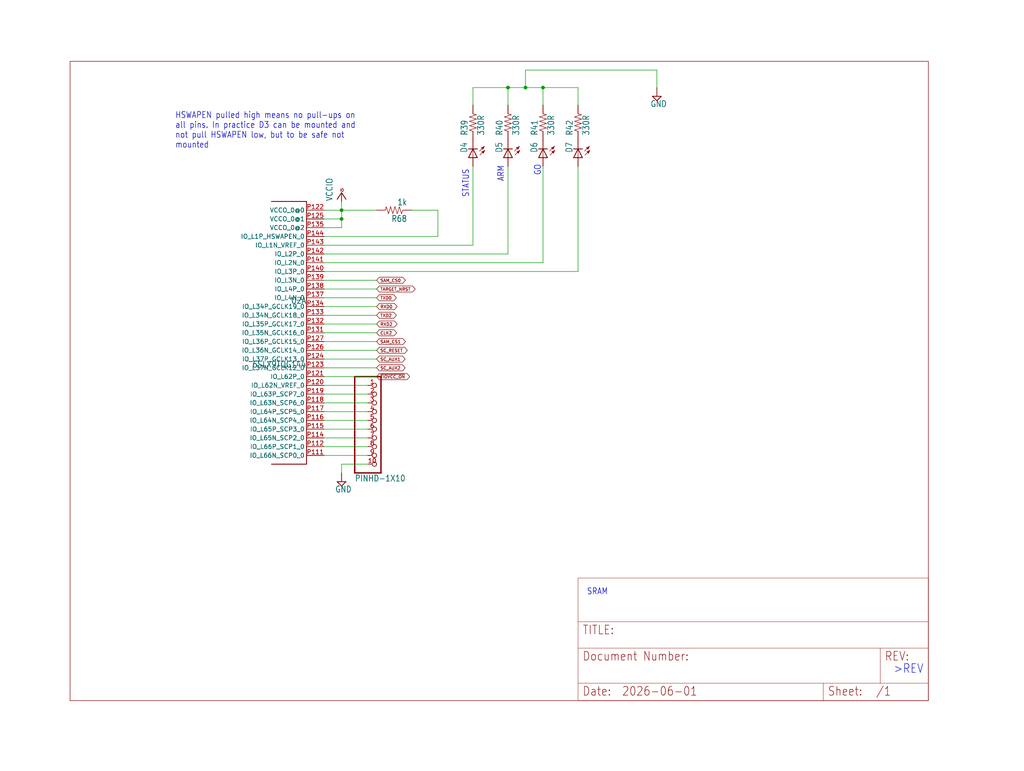
<source format=kicad_sch>
(kicad_sch (version 20230121) (generator eeschema)
  (paper "User" 297.002 223.571)
  (lib_symbols
    (symbol "cw-lite-main-eagle-import:6SLX9TQG144"
      (property "Reference" "U" (at 0 8.382 0))
      (symbol "6SLX9TQG144_1_0"
        (polyline (pts (xy -10.16 38.1) (xy 0 38.1)) (stroke (width 0.254)))
        (polyline (pts (xy 0 -38.1) (xy -10.16 -38.1)) (stroke (width 0.254)))
        (polyline (pts (xy 0 38.1) (xy 0 -38.1)) (stroke (width 0.254)))
        (pin bidirectional line (at 5.08 -35.56 180) (length 5.08) (name "IO_L66N_SCP0_0") (number "P111"))
        (pin bidirectional line (at 5.08 -33.02 180) (length 5.08) (name "IO_L66P_SCP1_0") (number "P112"))
        (pin bidirectional line (at 5.08 -30.48 180) (length 5.08) (name "IO_L65N_SCP2_0") (number "P114"))
        (pin bidirectional line (at 5.08 -27.94 180) (length 5.08) (name "IO_L65P_SCP3_0") (number "P115"))
        (pin bidirectional line (at 5.08 -25.4 180) (length 5.08) (name "IO_L64N_SCP4_0") (number "P116"))
        (pin bidirectional line (at 5.08 -22.86 180) (length 5.08) (name "IO_L64P_SCP5_0") (number "P117"))
        (pin bidirectional line (at 5.08 -20.32 180) (length 5.08) (name "IO_L63N_SCP6_0") (number "P118"))
        (pin bidirectional line (at 5.08 -17.78 180) (length 5.08) (name "IO_L63P_SCP7_0") (number "P119"))
        (pin bidirectional line (at 5.08 -15.24 180) (length 5.08) (name "IO_L62N_VREF_0") (number "P120"))
        (pin bidirectional line (at 5.08 -12.7 180) (length 5.08) (name "IO_L62P_0") (number "P121"))
        (pin input line (at 5.08 35.56 180) (length 5.08) (name "VCCO_0@0") (number "P122"))
        (pin bidirectional line (at 5.08 -10.16 180) (length 5.08) (name "IO_L37N_GCLK12_0") (number "P123"))
        (pin bidirectional line (at 5.08 -7.62 180) (length 5.08) (name "IO_L37P_GCLK13_0") (number "P124"))
        (pin input line (at 5.08 33.02 180) (length 5.08) (name "VCCO_0@1") (number "P125"))
        (pin bidirectional line (at 5.08 -5.08 180) (length 5.08) (name "IO_L36N_GCLK14_0") (number "P126"))
        (pin bidirectional line (at 5.08 -2.54 180) (length 5.08) (name "IO_L36P_GCLK15_0") (number "P127"))
        (pin bidirectional line (at 5.08 0 180) (length 5.08) (name "IO_L35N_GCLK16_0") (number "P131"))
        (pin bidirectional line (at 5.08 2.54 180) (length 5.08) (name "IO_L35P_GCLK17_0") (number "P132"))
        (pin bidirectional line (at 5.08 5.08 180) (length 5.08) (name "IO_L34N_GCLK18_0") (number "P133"))
        (pin bidirectional line (at 5.08 7.62 180) (length 5.08) (name "IO_L34P_GCLK19_0") (number "P134"))
        (pin input line (at 5.08 30.48 180) (length 5.08) (name "VCCO_0@2") (number "P135"))
        (pin bidirectional line (at 5.08 10.16 180) (length 5.08) (name "IO_L4N_0") (number "P137"))
        (pin bidirectional line (at 5.08 12.7 180) (length 5.08) (name "IO_L4P_0") (number "P138"))
        (pin bidirectional line (at 5.08 15.24 180) (length 5.08) (name "IO_L3N_0") (number "P139"))
        (pin bidirectional line (at 5.08 17.78 180) (length 5.08) (name "IO_L3P_0") (number "P140"))
        (pin bidirectional line (at 5.08 20.32 180) (length 5.08) (name "IO_L2N_0") (number "P141"))
        (pin bidirectional line (at 5.08 22.86 180) (length 5.08) (name "IO_L2P_0") (number "P142"))
        (pin bidirectional line (at 5.08 25.4 180) (length 5.08) (name "IO_L1N_VREF_0") (number "P143"))
        (pin bidirectional line (at 5.08 27.94 180) (length 5.08) (name "IO_L1P_HSWAPEN_0") (number "P144"))
      )
      (symbol "6SLX9TQG144_2_0"
        (polyline (pts (xy -10.16 35.56) (xy 0 35.56)) (stroke (width 0.254)))
        (polyline (pts (xy 0 -35.56) (xy -10.16 -35.56)) (stroke (width 0.254)))
        (polyline (pts (xy 0 35.56) (xy 0 -35.56)) (stroke (width 0.254)))
        (pin bidirectional line (at 5.08 15.24 180) (length 5.08) (name "IO_L33P_1") (number "P100"))
        (pin bidirectional line (at 5.08 17.78 180) (length 5.08) (name "IO_L32N_1") (number "P101"))
        (pin bidirectional line (at 5.08 20.32 180) (length 5.08) (name "IO_L32P_1") (number "P102"))
        (pin input line (at 5.08 27.94 180) (length 5.08) (name "VCCO_1@2") (number "P103"))
        (pin bidirectional line (at 5.08 22.86 180) (length 5.08) (name "IO_L1N_VREF_1") (number "P104"))
        (pin bidirectional line (at 5.08 25.4 180) (length 5.08) (name "IO_L1P_1") (number "P105"))
        (pin bidirectional line (at 5.08 -33.02 180) (length 5.08) (name "IO_L74N_DOUT_BUSY_1") (number "P74"))
        (pin bidirectional line (at 5.08 -30.48 180) (length 5.08) (name "IO_L74P_AWAKE_1") (number "P75"))
        (pin input line (at 5.08 33.02 180) (length 5.08) (name "VCCO_1@0") (number "P76"))
        (pin bidirectional line (at 5.08 -27.94 180) (length 5.08) (name "IO_L47N_1") (number "P78"))
        (pin bidirectional line (at 5.08 -25.4 180) (length 5.08) (name "IO_L47P_1") (number "P79"))
        (pin bidirectional line (at 5.08 -22.86 180) (length 5.08) (name "IO_L46N_1") (number "P80"))
        (pin bidirectional line (at 5.08 -20.32 180) (length 5.08) (name "IO_L46P_1") (number "P81"))
        (pin bidirectional line (at 5.08 -17.78 180) (length 5.08) (name "IO_L45N_1") (number "P82"))
        (pin bidirectional line (at 5.08 -15.24 180) (length 5.08) (name "IO_L45P_1") (number "P83"))
        (pin bidirectional line (at 5.08 -12.7 180) (length 5.08) (name "IO_L43N_GCLK4_1") (number "P84"))
        (pin bidirectional line (at 5.08 -10.16 180) (length 5.08) (name "IO_L43P_GCLK5_1") (number "P85"))
        (pin input line (at 5.08 30.48 180) (length 5.08) (name "VCCO_1@1") (number "P86"))
        (pin bidirectional line (at 5.08 -7.62 180) (length 5.08) (name "IO_L42N_GCLK6_TRDY1_1") (number "P87"))
        (pin bidirectional line (at 5.08 -5.08 180) (length 5.08) (name "IO_L42P_GCLK7_1") (number "P88"))
        (pin bidirectional line (at 5.08 -2.54 180) (length 5.08) (name "IO_L41N_GCLK8_1") (number "P92"))
        (pin bidirectional line (at 5.08 0 180) (length 5.08) (name "IO_L41P_GCLK9_IRDY1_1") (number "P93"))
        (pin bidirectional line (at 5.08 2.54 180) (length 5.08) (name "IO_L40N_GCLK10_1") (number "P94"))
        (pin bidirectional line (at 5.08 5.08 180) (length 5.08) (name "IO_L40P_GCLK11_1") (number "P95"))
        (pin bidirectional line (at 5.08 7.62 180) (length 5.08) (name "IO_L34N_1") (number "P97"))
        (pin bidirectional line (at 5.08 10.16 180) (length 5.08) (name "IO_L34P_1") (number "P98"))
        (pin bidirectional line (at 5.08 12.7 180) (length 5.08) (name "IO_L33N_1") (number "P99"))
      )
      (symbol "6SLX9TQG144_3_0"
        (polyline (pts (xy -10.16 40.64) (xy 0 40.64)) (stroke (width 0.254)))
        (polyline (pts (xy 0 -40.64) (xy -10.16 -40.64)) (stroke (width 0.254)))
        (polyline (pts (xy 0 40.64) (xy 0 -40.64)) (stroke (width 0.254)))
        (pin input line (at 5.08 27.94 180) (length 5.08) (name "PROGRAM_B_2") (number "P37"))
        (pin bidirectional line (at 5.08 -38.1 180) (length 5.08) (name "IO_L65N_CSO_B_2") (number "P38"))
        (pin bidirectional line (at 5.08 -35.56 180) (length 5.08) (name "IO_L65P_INIT_B_2") (number "P39"))
        (pin bidirectional line (at 5.08 -33.02 180) (length 5.08) (name "IO_L64N_D9_2") (number "P40"))
        (pin bidirectional line (at 5.08 -30.48 180) (length 5.08) (name "IO_L64P_D8_2") (number "P41"))
        (pin input line (at 5.08 38.1 180) (length 5.08) (name "VCCO_2@0") (number "P42"))
        (pin bidirectional line (at 5.08 -27.94 180) (length 5.08) (name "IO_L62N_D6_2") (number "P43"))
        (pin bidirectional line (at 5.08 -25.4 180) (length 5.08) (name "IO_L62P_D5_2") (number "P44"))
        (pin bidirectional line (at 5.08 -22.86 180) (length 5.08) (name "IO_L49N_D4_2") (number "P45"))
        (pin bidirectional line (at 5.08 -20.32 180) (length 5.08) (name "IO_L49P_D3_2") (number "P46"))
        (pin bidirectional line (at 5.08 -17.78 180) (length 5.08) (name "IO_L48N_RDWR_B_VREF_2") (number "P47"))
        (pin bidirectional line (at 5.08 -15.24 180) (length 5.08) (name "IO_L48P_D7_2") (number "P48"))
        (pin bidirectional line (at 5.08 -12.7 180) (length 5.08) (name "IO_L31N_GCLK30_D15_2") (number "P50"))
        (pin bidirectional line (at 5.08 -10.16 180) (length 5.08) (name "IO_L31P_GCLK31_D14_2") (number "P51"))
        (pin bidirectional line (at 5.08 -7.62 180) (length 5.08) (name "IO_L30N_GCLK0_USERCCLK_2") (number "P55"))
        (pin bidirectional line (at 5.08 -5.08 180) (length 5.08) (name "IO_L30P_GCLK1_D13_2") (number "P56"))
        (pin bidirectional line (at 5.08 -2.54 180) (length 5.08) (name "IO_L14N_D12_2") (number "P57"))
        (pin bidirectional line (at 5.08 0 180) (length 5.08) (name "IO_L14P_D11_2") (number "P58"))
        (pin bidirectional line (at 5.08 2.54 180) (length 5.08) (name "IO_L13N_D10_2") (number "P59"))
        (pin bidirectional line (at 5.08 5.08 180) (length 5.08) (name "IO_L13P_M1_2") (number "P60"))
        (pin bidirectional line (at 5.08 7.62 180) (length 5.08) (name "IO_L12N_D2_MISO3_2") (number "P61"))
        (pin bidirectional line (at 5.08 10.16 180) (length 5.08) (name "IO_L12P_D1_MISO2_2") (number "P62"))
        (pin input line (at 5.08 35.56 180) (length 5.08) (name "VCCO_2@1") (number "P63"))
        (pin bidirectional line (at 5.08 12.7 180) (length 5.08) (name "IO_L3N_MOSI_CSI_B_MISO0_2") (number "P64"))
        (pin bidirectional line (at 5.08 15.24 180) (length 5.08) (name "IO_L3P_D0_DIN_MISO_MISO1_2") (number "P65"))
        (pin bidirectional line (at 5.08 17.78 180) (length 5.08) (name "IO_L2N_CMPMOSI_2") (number "P66"))
        (pin bidirectional line (at 5.08 20.32 180) (length 5.08) (name "IO_L2P_CMPCLK_2") (number "P67"))
        (pin bidirectional line (at 5.08 22.86 180) (length 5.08) (name "IO_L1N_M0_CMPMISO_2") (number "P69"))
        (pin bidirectional line (at 5.08 25.4 180) (length 5.08) (name "IO_L1P_CCLK_2") (number "P70"))
        (pin bidirectional line (at 5.08 30.48 180) (length 5.08) (name "DONE_2") (number "P71"))
        (pin bidirectional line (at 5.08 33.02 180) (length 5.08) (name "CMPCS_B_2") (number "P72"))
      )
      (symbol "6SLX9TQG144_4_0"
        (polyline (pts (xy -10.16 38.1) (xy 0 38.1)) (stroke (width 0.254)))
        (polyline (pts (xy 0 -38.1) (xy -10.16 -38.1)) (stroke (width 0.254)))
        (polyline (pts (xy 0 38.1) (xy 0 -38.1)) (stroke (width 0.254)))
        (pin bidirectional line (at 5.08 -35.56 180) (length 5.08) (name "IO_L83N_VREF_3") (number "P1"))
        (pin bidirectional line (at 5.08 -17.78 180) (length 5.08) (name "IO_L50P_3") (number "P10"))
        (pin bidirectional line (at 5.08 -15.24 180) (length 5.08) (name "IO_L49N_3") (number "P11"))
        (pin bidirectional line (at 5.08 -12.7 180) (length 5.08) (name "IO_L49P_3") (number "P12"))
        (pin bidirectional line (at 5.08 -10.16 180) (length 5.08) (name "IO_L44N_GCLK20_3") (number "P14"))
        (pin bidirectional line (at 5.08 -7.62 180) (length 5.08) (name "IO_L44P_GCLK21_3") (number "P15"))
        (pin bidirectional line (at 5.08 -5.08 180) (length 5.08) (name "IO_L43N_GCLK22_IRDY2_3") (number "P16"))
        (pin bidirectional line (at 5.08 -2.54 180) (length 5.08) (name "IO_L43P_GCLK23_3") (number "P17"))
        (pin input line (at 5.08 33.02 180) (length 5.08) (name "VCCO_3@1") (number "P18"))
        (pin bidirectional line (at 5.08 -33.02 180) (length 5.08) (name "IO_L83P_3") (number "P2"))
        (pin bidirectional line (at 5.08 0 180) (length 5.08) (name "IO_L42N_GCLK24_3") (number "P21"))
        (pin bidirectional line (at 5.08 2.54 180) (length 5.08) (name "IO_L42P_GCLK25_TRDY2_3") (number "P22"))
        (pin bidirectional line (at 5.08 5.08 180) (length 5.08) (name "IO_L41N_GCLK26_3") (number "P23"))
        (pin bidirectional line (at 5.08 7.62 180) (length 5.08) (name "IO_L41P_GCLK27_3") (number "P24"))
        (pin bidirectional line (at 5.08 10.16 180) (length 5.08) (name "IO_L37N_3") (number "P26"))
        (pin bidirectional line (at 5.08 12.7 180) (length 5.08) (name "IO_L37P_3") (number "P27"))
        (pin bidirectional line (at 5.08 15.24 180) (length 5.08) (name "IO_L36N_3") (number "P29"))
        (pin bidirectional line (at 5.08 17.78 180) (length 5.08) (name "IO_L36P_3") (number "P30"))
        (pin input line (at 5.08 30.48 180) (length 5.08) (name "VCCO_3@2") (number "P31"))
        (pin bidirectional line (at 5.08 20.32 180) (length 5.08) (name "IO_L2N_3") (number "P32"))
        (pin bidirectional line (at 5.08 22.86 180) (length 5.08) (name "IO_L2P_3") (number "P33"))
        (pin bidirectional line (at 5.08 25.4 180) (length 5.08) (name "IO_L1N_VREF_3") (number "P34"))
        (pin bidirectional line (at 5.08 27.94 180) (length 5.08) (name "IO_L1P_3") (number "P35"))
        (pin input line (at 5.08 35.56 180) (length 5.08) (name "VCCO_3@0") (number "P4"))
        (pin bidirectional line (at 5.08 -30.48 180) (length 5.08) (name "IO_L52N_3") (number "P5"))
        (pin bidirectional line (at 5.08 -27.94 180) (length 5.08) (name "IO_L52P_3") (number "P6"))
        (pin bidirectional line (at 5.08 -25.4 180) (length 5.08) (name "IO_L51N_3") (number "P7"))
        (pin bidirectional line (at 5.08 -22.86 180) (length 5.08) (name "IO_L51P_3") (number "P8"))
        (pin bidirectional line (at 5.08 -20.32 180) (length 5.08) (name "IO_L50N_3") (number "P9"))
      )
      (symbol "6SLX9TQG144_5_0"
        (polyline (pts (xy -10.16 17.78) (xy 0 17.78)) (stroke (width 0.254)))
        (polyline (pts (xy 0 -17.78) (xy -10.16 -17.78)) (stroke (width 0.254)))
        (polyline (pts (xy 0 17.78) (xy 0 -17.78)) (stroke (width 0.254)))
        (pin power_in line (at 5.08 -7.62 180) (length 5.08) (name "GND@9") (number "P108"))
        (pin power_in line (at 5.08 -10.16 180) (length 5.08) (name "GND@10") (number "P113"))
        (pin power_in line (at 5.08 12.7 180) (length 5.08) (name "GND@1") (number "P13"))
        (pin power_in line (at 5.08 -12.7 180) (length 5.08) (name "GND@11") (number "P130"))
        (pin power_in line (at 5.08 -15.24 180) (length 5.08) (name "GND@12") (number "P136"))
        (pin power_in line (at 5.08 10.16 180) (length 5.08) (name "GND@2") (number "P25"))
        (pin power_in line (at 5.08 15.24 180) (length 5.08) (name "GND@0") (number "P3"))
        (pin power_in line (at 5.08 7.62 180) (length 5.08) (name "GND@3") (number "P49"))
        (pin power_in line (at 5.08 5.08 180) (length 5.08) (name "GND@4") (number "P54"))
        (pin power_in line (at 5.08 2.54 180) (length 5.08) (name "GND@5") (number "P68"))
        (pin power_in line (at 5.08 0 180) (length 5.08) (name "GND@6") (number "P77"))
        (pin power_in line (at 5.08 -2.54 180) (length 5.08) (name "GND@7") (number "P91"))
        (pin power_in line (at 5.08 -5.08 180) (length 5.08) (name "GND@8") (number "P96"))
      )
      (symbol "6SLX9TQG144_6_0"
        (polyline (pts (xy -10.16 7.62) (xy 0 7.62)) (stroke (width 0.254)))
        (polyline (pts (xy 0 -7.62) (xy -10.16 -7.62)) (stroke (width 0.254)))
        (polyline (pts (xy 0 7.62) (xy 0 -7.62)) (stroke (width 0.254)))
        (pin output line (at 5.08 -2.54 180) (length 5.08) (name "TDO") (number "P106"))
        (pin input line (at 5.08 -5.08 180) (length 5.08) (name "TMS") (number "P107"))
        (pin input line (at 5.08 2.54 180) (length 5.08) (name "TCK") (number "P109"))
        (pin input line (at 5.08 0 180) (length 5.08) (name "TDI") (number "P110"))
        (pin input line (at 5.08 5.08 180) (length 5.08) (name "SUSPEND") (number "P73"))
      )
      (symbol "6SLX9TQG144_7_0"
        (polyline (pts (xy -10.16 7.62) (xy 0 7.62)) (stroke (width 0.254)))
        (polyline (pts (xy 0 -7.62) (xy -10.16 -7.62)) (stroke (width 0.254)))
        (polyline (pts (xy 0 7.62) (xy 0 -7.62)) (stroke (width 0.254)))
        (pin input line (at 5.08 -5.08 180) (length 5.08) (name "VCCAUX@4") (number "P129"))
        (pin input line (at 5.08 5.08 180) (length 5.08) (name "VCCAUX@0") (number "P20"))
        (pin input line (at 5.08 2.54 180) (length 5.08) (name "VCCAUX@1") (number "P36"))
        (pin input line (at 5.08 0 180) (length 5.08) (name "VCCAUX@2") (number "P53"))
        (pin input line (at 5.08 -2.54 180) (length 5.08) (name "VCCAUX@3") (number "P90"))
      )
      (symbol "6SLX9TQG144_8_0"
        (polyline (pts (xy -10.16 7.62) (xy 0 7.62)) (stroke (width 0.254)))
        (polyline (pts (xy 0 -7.62) (xy -10.16 -7.62)) (stroke (width 0.254)))
        (polyline (pts (xy 0 7.62) (xy 0 -7.62)) (stroke (width 0.254)))
        (pin input line (at 5.08 -5.08 180) (length 5.08) (name "VCCINT@4") (number "P128"))
        (pin input line (at 5.08 5.08 180) (length 5.08) (name "VCCINT@0") (number "P19"))
        (pin input line (at 5.08 2.54 180) (length 5.08) (name "VCCINT@1") (number "P28"))
        (pin input line (at 5.08 0 180) (length 5.08) (name "VCCINT@2") (number "P52"))
        (pin input line (at 5.08 -2.54 180) (length 5.08) (name "VCCINT@3") (number "P89"))
      )
    )
    (symbol "cw-lite-main-eagle-import:GND" (power)
      (property "Value" "GND" (at -1.905 -3.175 0))
      (symbol "GND_1_0"
        (polyline (pts (xy -1.27 0) (xy 1.27 0)) (stroke (width 0.254)))
        (polyline (pts (xy 0 -1.27) (xy -1.27 0)) (stroke (width 0.254)))
        (polyline (pts (xy 1.27 0) (xy 0 -1.27)) (stroke (width 0.254)))
        (pin power_in line (at 0 2.54 270) (length 2.54) (name "GND") (number "1"))
      )
    )
    (symbol "cw-lite-main-eagle-import:LED0603"
      (property "Reference" "LED" (at 3.556 -4.572 90))
      (symbol "LED0603_1_0"
        (polyline (pts (xy -2.032 -0.762) (xy -3.429 -2.159)) (stroke (width 0.1524)))
        (polyline (pts (xy -1.905 -1.905) (xy -3.302 -3.302)) (stroke (width 0.1524)))
        (polyline (pts (xy 0 -2.54) (xy -1.27 -2.54)) (stroke (width 0.254)))
        (polyline (pts (xy 0 -2.54) (xy -1.27 0)) (stroke (width 0.254)))
        (polyline (pts (xy 0 0) (xy -1.27 0)) (stroke (width 0.254)))
        (polyline (pts (xy 0 0) (xy 0 -2.54)) (stroke (width 0.1524)))
        (polyline (pts (xy 1.27 -2.54) (xy 0 -2.54)) (stroke (width 0.254)))
        (polyline (pts (xy 1.27 0) (xy 0 -2.54)) (stroke (width 0.254)))
        (polyline (pts (xy 1.27 0) (xy 0 0)) (stroke (width 0.254)))
        (polyline (pts (xy -3.429 -2.159) (xy -3.048 -1.27) (xy -2.54 -1.778)) (stroke (width 0.1524)) (fill (type outline)))
        (polyline (pts (xy -3.302 -3.302) (xy -2.921 -2.413) (xy -2.413 -2.921)) (stroke (width 0.1524)) (fill (type outline)))
        (pin passive line (at 0 2.54 270) (length 2.54) (name "A") (number "A"))
        (pin passive line (at 0 -5.08 90) (length 2.54) (name "C") (number "C"))
      )
    )
    (symbol "cw-lite-main-eagle-import:LETTER_L"
      (symbol "LETTER_L_1_0"
        (polyline (pts (xy 0 0) (xy 248.92 0) (xy 248.92 185.42) (xy 0 185.42) (xy 0 0)))
      )
      (symbol "LETTER_L_2_0"
        (polyline (pts (xy 0 0) (xy 0 5.08)) (stroke (width 0.1016)))
        (polyline (pts (xy 0 0) (xy 71.12 0)) (stroke (width 0.1016)))
        (polyline (pts (xy 0 5.08) (xy 0 15.24)) (stroke (width 0.1016)))
        (polyline (pts (xy 0 5.08) (xy 71.12 5.08)) (stroke (width 0.1016)))
        (polyline (pts (xy 0 15.24) (xy 0 22.86)) (stroke (width 0.1016)))
        (polyline (pts (xy 0 22.86) (xy 0 35.56)) (stroke (width 0.1016)))
        (polyline (pts (xy 0 22.86) (xy 101.6 22.86)) (stroke (width 0.1016)))
        (polyline (pts (xy 71.12 0) (xy 101.6 0)) (stroke (width 0.1016)))
        (polyline (pts (xy 71.12 5.08) (xy 71.12 0)) (stroke (width 0.1016)))
        (polyline (pts (xy 71.12 5.08) (xy 87.63 5.08)) (stroke (width 0.1016)))
        (polyline (pts (xy 87.63 5.08) (xy 101.6 5.08)) (stroke (width 0.1016)))
        (polyline (pts (xy 87.63 15.24) (xy 0 15.24)) (stroke (width 0.1016)))
        (polyline (pts (xy 87.63 15.24) (xy 87.63 5.08)) (stroke (width 0.1016)))
        (polyline (pts (xy 101.6 5.08) (xy 101.6 0)) (stroke (width 0.1016)))
        (polyline (pts (xy 101.6 15.24) (xy 87.63 15.24)) (stroke (width 0.1016)))
        (polyline (pts (xy 101.6 15.24) (xy 101.6 5.08)) (stroke (width 0.1016)))
        (polyline (pts (xy 101.6 22.86) (xy 101.6 15.24)) (stroke (width 0.1016)))
        (polyline (pts (xy 101.6 35.56) (xy 0 35.56)) (stroke (width 0.1016)))
        (polyline (pts (xy 101.6 35.56) (xy 101.6 22.86)) (stroke (width 0.1016)))
        (text "${#}/${##}" (at 86.36 1.27 0) (effects (font (size 2.54 2.159)) (justify left bottom)))
        (text "${CURRENT_DATE}" (at 12.7 1.27 0) (effects (font (size 2.54 2.159)) (justify left bottom)))
        (text "${PROJECTNAME}" (at 17.78 19.05 0) (effects (font (size 2.54 2.159)) (justify left bottom)))
        (text "Date:" (at 1.27 1.27 0) (effects (font (size 2.54 2.159)) (justify left bottom)))
        (text "Document Number:" (at 1.27 11.43 0) (effects (font (size 2.54 2.159)) (justify left bottom)))
        (text "REV:" (at 88.9 11.43 0) (effects (font (size 2.54 2.159)) (justify left bottom)))
        (text "Sheet:" (at 72.39 1.27 0) (effects (font (size 2.54 2.159)) (justify left bottom)))
        (text "TITLE:" (at 1.27 19.05 0) (effects (font (size 2.54 2.159)) (justify left bottom)))
      )
    )
    (symbol "cw-lite-main-eagle-import:PINHD-1X10"
      (symbol "PINHD-1X10_1_0"
        (polyline (pts (xy -6.35 -15.24) (xy 1.27 -15.24)) (stroke (width 0.4064)))
        (polyline (pts (xy -6.35 12.7) (xy -6.35 -15.24)) (stroke (width 0.4064)))
        (polyline (pts (xy 1.27 -15.24) (xy 1.27 12.7)) (stroke (width 0.4064)))
        (polyline (pts (xy 1.27 12.7) (xy -6.35 12.7)) (stroke (width 0.4064)))
        (pin passive inverted (at -2.54 10.16 0) (length 2.54) (name "1") (number "1"))
        (pin passive inverted (at -2.54 -12.7 0) (length 2.54) (name "10") (number "10"))
        (pin passive inverted (at -2.54 7.62 0) (length 2.54) (name "2") (number "2"))
        (pin passive inverted (at -2.54 5.08 0) (length 2.54) (name "3") (number "3"))
        (pin passive inverted (at -2.54 2.54 0) (length 2.54) (name "4") (number "4"))
        (pin passive inverted (at -2.54 0 0) (length 2.54) (name "5") (number "5"))
        (pin passive inverted (at -2.54 -2.54 0) (length 2.54) (name "6") (number "6"))
        (pin passive inverted (at -2.54 -5.08 0) (length 2.54) (name "7") (number "7"))
        (pin passive inverted (at -2.54 -7.62 0) (length 2.54) (name "8") (number "8"))
        (pin passive inverted (at -2.54 -10.16 0) (length 2.54) (name "9") (number "9"))
      )
    )
    (symbol "cw-lite-main-eagle-import:VCCIO" (power)
      (property "Value" "VCCIO" (at -2.54 -2.54 90))
      (symbol "VCCIO_1_0"
        (polyline (pts (xy 0 0) (xy -1.27 -1.905)) (stroke (width 0.254)))
        (polyline (pts (xy 1.27 -1.905) (xy 0 0)) (stroke (width 0.254)))
        (text "IO" (at -0.508 0.254 0) (effects (font (size 0.8128 0.6908)) (justify left bottom)))
        (pin power_in line (at 0 -2.54 90) (length 2.54) (name "VCCIO") (number "1"))
      )
    )
    (symbol "cw-lite-main-eagle-import:custom-std_RES0402-RES"
      (property "Reference" "R" (at -3.81 1.4986 0))
      (symbol "custom-std_RES0402-RES_1_0"
        (polyline (pts (xy -2.54 0) (xy -2.159 1.016)) (stroke (width 0.1524)))
        (polyline (pts (xy -2.159 1.016) (xy -1.524 -1.016)) (stroke (width 0.1524)))
        (polyline (pts (xy -1.524 -1.016) (xy -0.889 1.016)) (stroke (width 0.1524)))
        (polyline (pts (xy -0.889 1.016) (xy -0.254 -1.016)) (stroke (width 0.1524)))
        (polyline (pts (xy -0.254 -1.016) (xy 0.381 1.016)) (stroke (width 0.1524)))
        (polyline (pts (xy 0.381 1.016) (xy 1.016 -1.016)) (stroke (width 0.1524)))
        (polyline (pts (xy 1.016 -1.016) (xy 1.651 1.016)) (stroke (width 0.1524)))
        (polyline (pts (xy 1.651 1.016) (xy 2.286 -1.016)) (stroke (width 0.1524)))
        (polyline (pts (xy 2.286 -1.016) (xy 2.54 0)) (stroke (width 0.1524)))
        (pin passive line (at -5.08 0 0) (length 2.54) (name "1") (number "1"))
        (pin passive line (at 5.08 0 180) (length 2.54) (name "2") (number "2"))
      )
    )
  )
  (junction (at 99.06 63.5))
  (junction (at 157.48 25.4))
  (junction (at 147.32 25.4))
  (junction (at 152.4 25.4))
  (junction (at 99.06 60.96))
  (wire (pts (xy 157.48 30.48) (xy 157.48 25.4)) (stroke (width 0.1524)))
  (wire (pts (xy 99.06 63.5) (xy 99.06 60.96)) (stroke (width 0.1524)))
  (wire (pts (xy 109.22 60.96) (xy 99.06 60.96)) (stroke (width 0.1524)))
  (wire (pts (xy 167.64 25.4) (xy 157.48 25.4)) (stroke (width 0.1524)))
  (wire (pts (xy 93.98 96.52) (xy 109.22 96.52)) (stroke (width 0.1524)))
  (wire (pts (xy 147.32 30.48) (xy 147.32 25.4)) (stroke (width 0.1524)))
  (wire (pts (xy 137.16 48.26) (xy 137.16 71.12)) (stroke (width 0.1524)))
  (wire (pts (xy 106.68 111.76) (xy 93.98 111.76)) (stroke (width 0.1524)))
  (wire (pts (xy 93.98 88.9) (xy 109.22 88.9)) (stroke (width 0.1524)))
  (wire (pts (xy 93.98 99.06) (xy 109.22 99.06)) (stroke (width 0.1524)))
  (wire (pts (xy 93.98 109.22) (xy 109.22 109.22)) (stroke (width 0.1524)))
  (wire (pts (xy 106.68 116.84) (xy 93.98 116.84)) (stroke (width 0.1524)))
  (wire (pts (xy 93.98 83.82) (xy 109.22 83.82)) (stroke (width 0.1524)))
  (wire (pts (xy 93.98 86.36) (xy 109.22 86.36)) (stroke (width 0.1524)))
  (wire (pts (xy 106.68 132.08) (xy 93.98 132.08)) (stroke (width 0.1524)))
  (wire (pts (xy 167.64 48.26) (xy 167.64 78.74)) (stroke (width 0.1524)))
  (wire (pts (xy 152.4 25.4) (xy 152.4 20.32)) (stroke (width 0.1524)))
  (wire (pts (xy 157.48 48.26) (xy 157.48 76.2)) (stroke (width 0.1524)))
  (wire (pts (xy 93.98 60.96) (xy 99.06 60.96)) (stroke (width 0.1524)))
  (wire (pts (xy 99.06 60.96) (xy 99.06 58.42)) (stroke (width 0.1524)))
  (wire (pts (xy 106.68 121.92) (xy 93.98 121.92)) (stroke (width 0.1524)))
  (wire (pts (xy 190.5 20.32) (xy 190.5 25.4)) (stroke (width 0.1524)))
  (wire (pts (xy 106.68 114.3) (xy 93.98 114.3)) (stroke (width 0.1524)))
  (wire (pts (xy 93.98 81.28) (xy 109.22 81.28)) (stroke (width 0.1524)))
  (wire (pts (xy 152.4 20.32) (xy 190.5 20.32)) (stroke (width 0.1524)))
  (wire (pts (xy 93.98 78.74) (xy 167.64 78.74)) (stroke (width 0.1524)))
  (wire (pts (xy 147.32 25.4) (xy 137.16 25.4)) (stroke (width 0.1524)))
  (wire (pts (xy 93.98 104.14) (xy 109.22 104.14)) (stroke (width 0.1524)))
  (wire (pts (xy 93.98 71.12) (xy 137.16 71.12)) (stroke (width 0.1524)))
  (wire (pts (xy 93.98 91.44) (xy 109.22 91.44)) (stroke (width 0.1524)))
  (wire (pts (xy 93.98 76.2) (xy 157.48 76.2)) (stroke (width 0.1524)))
  (wire (pts (xy 93.98 106.68) (xy 109.22 106.68)) (stroke (width 0.1524)))
  (wire (pts (xy 106.68 129.54) (xy 93.98 129.54)) (stroke (width 0.1524)))
  (wire (pts (xy 127 68.58) (xy 127 60.96)) (stroke (width 0.1524)))
  (wire (pts (xy 147.32 48.26) (xy 147.32 73.66)) (stroke (width 0.1524)))
  (wire (pts (xy 93.98 73.66) (xy 147.32 73.66)) (stroke (width 0.1524)))
  (wire (pts (xy 93.98 63.5) (xy 99.06 63.5)) (stroke (width 0.1524)))
  (wire (pts (xy 137.16 30.48) (xy 137.16 25.4)) (stroke (width 0.1524)))
  (wire (pts (xy 93.98 101.6) (xy 109.22 101.6)) (stroke (width 0.1524)))
  (wire (pts (xy 93.98 68.58) (xy 127 68.58)) (stroke (width 0.1524)))
  (wire (pts (xy 119.38 60.96) (xy 127 60.96)) (stroke (width 0.1524)))
  (wire (pts (xy 93.98 93.98) (xy 109.22 93.98)) (stroke (width 0.1524)))
  (wire (pts (xy 106.68 119.38) (xy 93.98 119.38)) (stroke (width 0.1524)))
  (wire (pts (xy 99.06 66.04) (xy 99.06 63.5)) (stroke (width 0.1524)))
  (wire (pts (xy 93.98 66.04) (xy 99.06 66.04)) (stroke (width 0.1524)))
  (wire (pts (xy 106.68 127) (xy 93.98 127)) (stroke (width 0.1524)))
  (wire (pts (xy 157.48 25.4) (xy 152.4 25.4)) (stroke (width 0.1524)))
  (wire (pts (xy 152.4 25.4) (xy 147.32 25.4)) (stroke (width 0.1524)))
  (wire (pts (xy 106.68 124.46) (xy 93.98 124.46)) (stroke (width 0.1524)))
  (wire (pts (xy 167.64 30.48) (xy 167.64 25.4)) (stroke (width 0.1524)))
  (wire (pts (xy 99.06 134.62) (xy 99.06 137.16)) (stroke (width 0.1524)))
  (wire (pts (xy 106.68 134.62) (xy 99.06 134.62)) (stroke (width 0.1524)))
  (text ">REV" (at 259.08 195.58 0) (effects (font (size 2.54 2.159)) (justify left bottom)))
  (text "GO" (at 156.972 51.054 90) (effects (font (size 1.778 1.5113)) (justify left bottom)))
  (text "ARM" (at 146.304 52.832 90) (effects (font (size 1.778 1.5113)) (justify left bottom)))
  (text "SRAM" (at 170.18 172.72 0) (effects (font (size 1.778 1.5113)) (justify left bottom)))
  (text "STATUS" (at 136.144 57.404 90) (effects (font (size 1.778 1.5113)) (justify left bottom)))
  (text "HSWAPEN pulled high means no pull-ups on\nall pins. In practice D3 can be mounted and\nnot pull HSWAPEN low, but to be safe not\nmounted" (at 50.8 43.18 0) (effects (font (size 1.778 1.5113)) (justify left bottom)))
  (global_label "TARGET_NRST" (shape bidirectional) (at 109.22 83.82 0) (effects (font (size 0.889 0.889))) (property "Intersheetrefs" "${INTERSHEET_REFS}" (effects hide)))
  (global_label "SC_AUX2" (shape bidirectional) (at 109.22 106.68 0) (effects (font (size 0.889 0.889))) (property "Intersheetrefs" "${INTERSHEET_REFS}" (effects hide)))
  (global_label "SAM_CS1" (shape bidirectional) (at 109.22 99.06 0) (effects (font (size 0.889 0.889))) (property "Intersheetrefs" "${INTERSHEET_REFS}" (effects hide)))
  (global_label "TXD2" (shape bidirectional) (at 109.22 91.44 0) (effects (font (size 0.889 0.889))) (property "Intersheetrefs" "${INTERSHEET_REFS}" (effects hide)))
  (global_label "SC_RESET" (shape bidirectional) (at 109.22 101.6 0) (effects (font (size 0.889 0.889))) (property "Intersheetrefs" "${INTERSHEET_REFS}" (effects hide)))
  (global_label "RXD0" (shape bidirectional) (at 109.22 88.9 0) (effects (font (size 0.889 0.889))) (property "Intersheetrefs" "${INTERSHEET_REFS}" (effects hide)))
  (global_label "SC_AUX1" (shape bidirectional) (at 109.22 104.14 0) (effects (font (size 0.889 0.889))) (property "Intersheetrefs" "${INTERSHEET_REFS}" (effects hide)))
  (global_label "TXD0" (shape bidirectional) (at 109.22 86.36 0) (effects (font (size 0.889 0.889))) (property "Intersheetrefs" "${INTERSHEET_REFS}" (effects hide)))
  (global_label "RXD2" (shape bidirectional) (at 109.22 93.98 0) (effects (font (size 0.889 0.889))) (property "Intersheetrefs" "${INTERSHEET_REFS}" (effects hide)))
  (global_label "~{TIOVCC_ON}" (shape bidirectional) (at 109.22 109.22 0) (effects (font (size 0.889 0.889))) (property "Intersheetrefs" "${INTERSHEET_REFS}" (effects hide)))
  (global_label "CLK2" (shape bidirectional) (at 109.22 96.52 0) (effects (font (size 0.889 0.889))) (property "Intersheetrefs" "${INTERSHEET_REFS}" (effects hide)))
  (global_label "SAM_CS0" (shape bidirectional) (at 109.22 81.28 0) (effects (font (size 0.889 0.889))) (property "Intersheetrefs" "${INTERSHEET_REFS}" (effects hide)))
  (symbol (lib_id "cw-lite-main-eagle-import:GND") (at 99.06 139.7 0) (unit 1)
    (property "Reference" "#SUPPLY51" (effects hide))
    (property "Value" "GND" (at 97.155 142.875 0) (effects (font (size 1.778 1.5113)) (justify left bottom)))
  )
  (symbol (lib_id "cw-lite-main-eagle-import:VCCIO") (at 99.06 55.88 0) (unit 1)
    (property "Reference" "#VCC14" (effects hide))
    (property "Value" "VCCIO" (at 96.52 58.42 90) (effects (font (size 1.778 1.5113)) (justify left bottom)))
  )
  (symbol (lib_id "cw-lite-main-eagle-import:LED0603") (at 157.48 45.72 180) (unit 1)
    (property "Reference" "D6" (at 153.924 41.148 90) (effects (font (size 1.778 1.5113)) (justify left bottom)))
    (property "Value" "LED0603" (effects hide))
    (property "Footprint" "cw-lite-main:LED-0603" (effects hide))
  )
  (symbol (lib_id "cw-lite-main-eagle-import:custom-std_RES0402-RES") (at 147.32 35.56 90) (unit 1)
    (property "Reference" "R40" (at 145.8214 39.37 0) (effects (font (size 1.778 1.5113)) (justify left bottom)))
    (property "Value" "330R" (at 150.622 39.37 0) (effects (font (size 1.778 1.5113)) (justify left bottom)))
    (property "Footprint" "cw-lite-main:0402R" (effects hide))
  )
  (symbol (lib_id "cw-lite-main-eagle-import:custom-std_RES0402-RES") (at 137.16 35.56 90) (unit 1)
    (property "Reference" "R39" (at 135.6614 39.37 0) (effects (font (size 1.778 1.5113)) (justify left bottom)))
    (property "Value" "330R" (at 140.462 39.37 0) (effects (font (size 1.778 1.5113)) (justify left bottom)))
    (property "Footprint" "cw-lite-main:0402R" (effects hide))
  )
  (symbol (lib_id "cw-lite-main-eagle-import:LETTER_L") (at 167.64 203.2 0) (unit 2)
    (property "Reference" "#FRAME5" (effects hide))
    (property "Value" "LETTER_L" (effects hide))
  )
  (symbol (lib_id "cw-lite-main-eagle-import:LED0603") (at 137.16 45.72 180) (unit 1)
    (property "Reference" "D4" (at 133.604 41.148 90) (effects (font (size 1.778 1.5113)) (justify left bottom)))
    (property "Value" "LED0603" (effects hide))
    (property "Footprint" "cw-lite-main:LED-0603" (effects hide))
  )
  (symbol (lib_id "cw-lite-main-eagle-import:custom-std_RES0402-RES") (at 114.3 60.96 180) (unit 1)
    (property "Reference" "R68" (at 118.11 62.4586 0) (effects (font (size 1.778 1.5113)) (justify left bottom)))
    (property "Value" "1k" (at 118.11 57.658 0) (effects (font (size 1.778 1.5113)) (justify left bottom)))
    (property "Footprint" "cw-lite-main:0402R" (effects hide))
  )
  (symbol (lib_id "cw-lite-main-eagle-import:GND") (at 190.5 27.94 0) (unit 1)
    (property "Reference" "#SUPPLY65" (effects hide))
    (property "Value" "GND" (at 188.595 31.115 0) (effects (font (size 1.778 1.5113)) (justify left bottom)))
  )
  (symbol (lib_id "cw-lite-main-eagle-import:LETTER_L") (at 20.32 203.2 0) (unit 1)
    (property "Reference" "#FRAME5" (effects hide))
    (property "Value" "LETTER_L" (effects hide))
  )
  (symbol (lib_id "cw-lite-main-eagle-import:LED0603") (at 167.64 45.72 180) (unit 1)
    (property "Reference" "D7" (at 164.084 41.148 90) (effects (font (size 1.778 1.5113)) (justify left bottom)))
    (property "Value" "LED0603" (effects hide))
    (property "Footprint" "cw-lite-main:LED-0603" (effects hide))
  )
  (symbol (lib_id "cw-lite-main-eagle-import:custom-std_RES0402-RES") (at 167.64 35.56 90) (unit 1)
    (property "Reference" "R42" (at 166.1414 39.37 0) (effects (font (size 1.778 1.5113)) (justify left bottom)))
    (property "Value" "330R" (at 170.942 39.37 0) (effects (font (size 1.778 1.5113)) (justify left bottom)))
    (property "Footprint" "cw-lite-main:0402R" (effects hide))
  )
  (symbol (lib_id "cw-lite-main-eagle-import:PINHD-1X10") (at 109.22 121.92 0) (unit 1)
    (property "Reference" "J5" (effects hide))
    (property "Value" "PINHD-1X10" (at 102.87 139.7 0) (effects (font (size 1.778 1.5113)) (justify left bottom)))
    (property "Footprint" "cw-lite-main:1X10-BIG" (effects hide))
  )
  (symbol (lib_id "cw-lite-main-eagle-import:6SLX9TQG144") (at 88.9 96.52 0) (unit 1)
    (property "Reference" "U2" (at 88.9 88.138 0) (effects (font (size 1.778 1.5113)) (justify right bottom)))
    (property "Value" "6SLX9TQG144" (at 88.9 106.68 0) (effects (font (size 1.778 1.5113)) (justify right bottom)))
    (property "Footprint" "cw-lite-main:TQ144" (effects hide))
    (property "MPN" "XC6SLX9-3TQG144C" (effects hide))
    (property "OC_DIGIKEY" "122-1748-ND" (effects hide))
  )
  (symbol (lib_id "cw-lite-main-eagle-import:LED0603") (at 147.32 45.72 180) (unit 1)
    (property "Reference" "D5" (at 143.764 41.148 90) (effects (font (size 1.778 1.5113)) (justify left bottom)))
    (property "Value" "LED0603" (effects hide))
    (property "Footprint" "cw-lite-main:LED-0603" (effects hide))
  )
  (symbol (lib_id "cw-lite-main-eagle-import:custom-std_RES0402-RES") (at 157.48 35.56 90) (unit 1)
    (property "Reference" "R41" (at 155.9814 39.37 0) (effects (font (size 1.778 1.5113)) (justify left bottom)))
    (property "Value" "330R" (at 160.782 39.37 0) (effects (font (size 1.778 1.5113)) (justify left bottom)))
    (property "Footprint" "cw-lite-main:0402R" (effects hide))
  )
)
</source>
